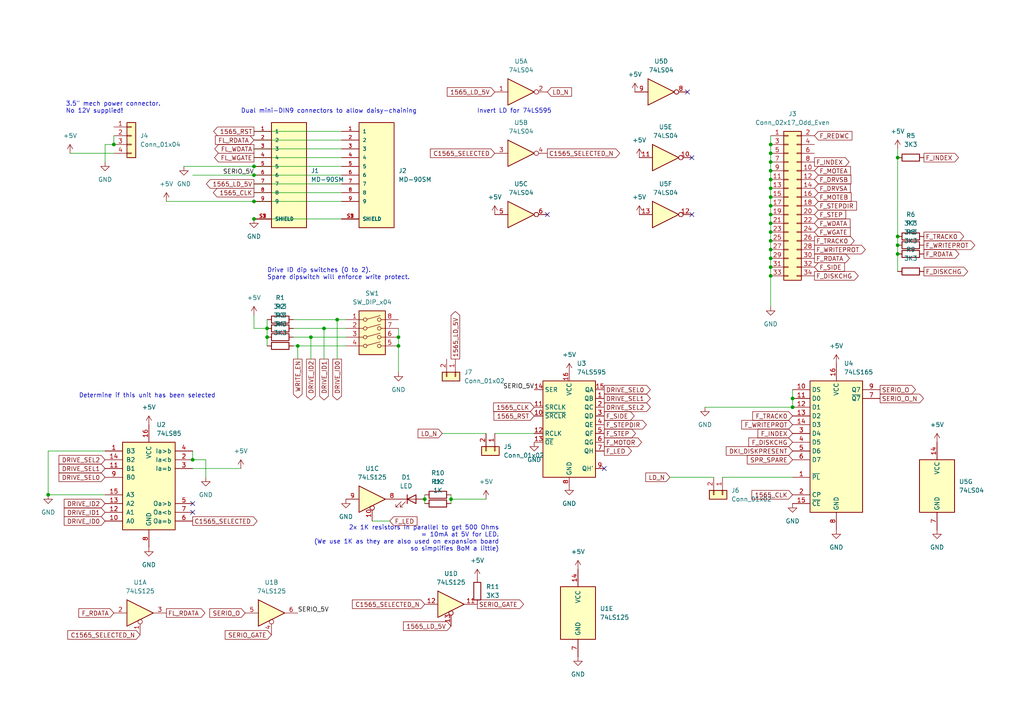
<source format=kicad_sch>
(kicad_sch (version 20230121) (generator eeschema)
  (paper "A4")
  (lib_symbols
    (symbol "+5V_1" (power) (pin_names (offset 0))
      (property "Value" "+5V_1" (at 0 3.556 0))
      (symbol "+5V_1_0_1"
        (polyline (pts (xy -0.762 1.27) (xy 0 2.54)))
        (polyline (pts (xy 0 0) (xy 0 2.54)))
        (polyline (pts (xy 0 2.54) (xy 0.762 1.27)))
      )
      (symbol "+5V_1_1_1"
        (pin power_in line (at 0 0 90) (length 0) hide (name "+5V") (number "1"))
      )
    )
    (symbol "00Project:MD-90SM" (pin_names (offset 1.016))
      (property "Reference" "J" (at -5.08 16.002 0))
      (property "Value" "MD-90SM" (at -5.08 -17.78 0))
      (symbol "MD-90SM_0_0"
        (rectangle (start -5.08 -15.24) (end 5.08 15.24) (stroke (width 0.254)) (fill (type background)))
        (pin passive line (at -10.16 12.7 0) (length 5.08) (name "1") (number "1"))
        (pin passive line (at -10.16 10.16 0) (length 5.08) (name "2") (number "2"))
        (pin passive line (at -10.16 7.62 0) (length 5.08) (name "3") (number "3"))
        (pin passive line (at -10.16 5.08 0) (length 5.08) (name "4") (number "4"))
        (pin passive line (at -10.16 2.54 0) (length 5.08) (name "5") (number "5"))
        (pin passive line (at -10.16 0 0) (length 5.08) (name "6") (number "6"))
        (pin passive line (at -10.16 -2.54 0) (length 5.08) (name "7") (number "7"))
        (pin passive line (at -10.16 -5.08 0) (length 5.08) (name "8") (number "8"))
        (pin passive line (at -10.16 -7.62 0) (length 5.08) (name "9") (number "9"))
        (pin passive line (at -10.16 -12.7 0) (length 5.08) (name "SHIELD") (number "S1"))
        (pin passive line (at -10.16 -12.7 0) (length 5.08) (name "SHIELD") (number "S2"))
        (pin passive line (at -10.16 -12.7 0) (length 5.08) (name "SHIELD") (number "S3"))
      )
    )
    (symbol "74xx:74LS04"
      (property "Reference" "U" (at 0 1.27 0))
      (property "Value" "74LS04" (at 0 -1.27 0))
      (symbol "74LS04_1_0"
        (polyline (pts (xy -3.81 3.81) (xy -3.81 -3.81) (xy 3.81 0) (xy -3.81 3.81)) (stroke (width 0.254)) (fill (type background)))
        (pin input line (at -7.62 0 0) (length 3.81) (name "~") (number "1"))
        (pin output inverted (at 7.62 0 180) (length 3.81) (name "~") (number "2"))
      )
      (symbol "74LS04_2_0"
        (polyline (pts (xy -3.81 3.81) (xy -3.81 -3.81) (xy 3.81 0) (xy -3.81 3.81)) (stroke (width 0.254)) (fill (type background)))
        (pin input line (at -7.62 0 0) (length 3.81) (name "~") (number "3"))
        (pin output inverted (at 7.62 0 180) (length 3.81) (name "~") (number "4"))
      )
      (symbol "74LS04_3_0"
        (polyline (pts (xy -3.81 3.81) (xy -3.81 -3.81) (xy 3.81 0) (xy -3.81 3.81)) (stroke (width 0.254)) (fill (type background)))
        (pin input line (at -7.62 0 0) (length 3.81) (name "~") (number "5"))
        (pin output inverted (at 7.62 0 180) (length 3.81) (name "~") (number "6"))
      )
      (symbol "74LS04_4_0"
        (polyline (pts (xy -3.81 3.81) (xy -3.81 -3.81) (xy 3.81 0) (xy -3.81 3.81)) (stroke (width 0.254)) (fill (type background)))
        (pin output inverted (at 7.62 0 180) (length 3.81) (name "~") (number "8"))
        (pin input line (at -7.62 0 0) (length 3.81) (name "~") (number "9"))
      )
      (symbol "74LS04_5_0"
        (polyline (pts (xy -3.81 3.81) (xy -3.81 -3.81) (xy 3.81 0) (xy -3.81 3.81)) (stroke (width 0.254)) (fill (type background)))
        (pin output inverted (at 7.62 0 180) (length 3.81) (name "~") (number "10"))
        (pin input line (at -7.62 0 0) (length 3.81) (name "~") (number "11"))
      )
      (symbol "74LS04_6_0"
        (polyline (pts (xy -3.81 3.81) (xy -3.81 -3.81) (xy 3.81 0) (xy -3.81 3.81)) (stroke (width 0.254)) (fill (type background)))
        (pin output inverted (at 7.62 0 180) (length 3.81) (name "~") (number "12"))
        (pin input line (at -7.62 0 0) (length 3.81) (name "~") (number "13"))
      )
      (symbol "74LS04_7_0"
        (pin power_in line (at 0 12.7 270) (length 5.08) (name "VCC") (number "14"))
        (pin power_in line (at 0 -12.7 90) (length 5.08) (name "GND") (number "7"))
      )
      (symbol "74LS04_7_1"
        (rectangle (start -5.08 7.62) (end 5.08 -7.62) (stroke (width 0.254)) (fill (type background)))
      )
    )
    (symbol "74xx:74LS125" (pin_names (offset 1.016))
      (property "Reference" "U" (at 0 1.27 0))
      (property "Value" "74LS125" (at 0 -1.27 0))
      (symbol "74LS125_1_0"
        (polyline (pts (xy -3.81 3.81) (xy -3.81 -3.81) (xy 3.81 0) (xy -3.81 3.81)) (stroke (width 0.254)) (fill (type background)))
        (pin input inverted (at 0 -6.35 90) (length 4.445) (name "~") (number "1"))
        (pin input line (at -7.62 0 0) (length 3.81) (name "~") (number "2"))
        (pin tri_state line (at 7.62 0 180) (length 3.81) (name "~") (number "3"))
      )
      (symbol "74LS125_2_0"
        (polyline (pts (xy -3.81 3.81) (xy -3.81 -3.81) (xy 3.81 0) (xy -3.81 3.81)) (stroke (width 0.254)) (fill (type background)))
        (pin input inverted (at 0 -6.35 90) (length 4.445) (name "~") (number "4"))
        (pin input line (at -7.62 0 0) (length 3.81) (name "~") (number "5"))
        (pin tri_state line (at 7.62 0 180) (length 3.81) (name "~") (number "6"))
      )
      (symbol "74LS125_3_0"
        (polyline (pts (xy -3.81 3.81) (xy -3.81 -3.81) (xy 3.81 0) (xy -3.81 3.81)) (stroke (width 0.254)) (fill (type background)))
        (pin input inverted (at 0 -6.35 90) (length 4.445) (name "~") (number "10"))
        (pin tri_state line (at 7.62 0 180) (length 3.81) (name "~") (number "8"))
        (pin input line (at -7.62 0 0) (length 3.81) (name "~") (number "9"))
      )
      (symbol "74LS125_4_0"
        (polyline (pts (xy -3.81 3.81) (xy -3.81 -3.81) (xy 3.81 0) (xy -3.81 3.81)) (stroke (width 0.254)) (fill (type background)))
        (pin tri_state line (at 7.62 0 180) (length 3.81) (name "~") (number "11"))
        (pin input line (at -7.62 0 0) (length 3.81) (name "~") (number "12"))
        (pin input inverted (at 0 -6.35 90) (length 4.445) (name "~") (number "13"))
      )
      (symbol "74LS125_5_0"
        (pin power_in line (at 0 12.7 270) (length 5.08) (name "VCC") (number "14"))
        (pin power_in line (at 0 -12.7 90) (length 5.08) (name "GND") (number "7"))
      )
      (symbol "74LS125_5_1"
        (rectangle (start -5.08 7.62) (end 5.08 -7.62) (stroke (width 0.254)) (fill (type background)))
      )
    )
    (symbol "74xx:74LS165"
      (property "Reference" "U" (at -7.62 19.05 0))
      (property "Value" "74LS165" (at -7.62 -21.59 0))
      (symbol "74LS165_1_0"
        (pin input line (at -12.7 -10.16 0) (length 5.08) (name "~{PL}") (number "1"))
        (pin input line (at -12.7 15.24 0) (length 5.08) (name "DS") (number "10"))
        (pin input line (at -12.7 12.7 0) (length 5.08) (name "D0") (number "11"))
        (pin input line (at -12.7 10.16 0) (length 5.08) (name "D1") (number "12"))
        (pin input line (at -12.7 7.62 0) (length 5.08) (name "D2") (number "13"))
        (pin input line (at -12.7 5.08 0) (length 5.08) (name "D3") (number "14"))
        (pin input line (at -12.7 -17.78 0) (length 5.08) (name "~{CE}") (number "15"))
        (pin power_in line (at 0 22.86 270) (length 5.08) (name "VCC") (number "16"))
        (pin input line (at -12.7 -15.24 0) (length 5.08) (name "CP") (number "2"))
        (pin input line (at -12.7 2.54 0) (length 5.08) (name "D4") (number "3"))
        (pin input line (at -12.7 0 0) (length 5.08) (name "D5") (number "4"))
        (pin input line (at -12.7 -2.54 0) (length 5.08) (name "D6") (number "5"))
        (pin input line (at -12.7 -5.08 0) (length 5.08) (name "D7") (number "6"))
        (pin output line (at 12.7 12.7 180) (length 5.08) (name "~{Q7}") (number "7"))
        (pin power_in line (at 0 -25.4 90) (length 5.08) (name "GND") (number "8"))
        (pin output line (at 12.7 15.24 180) (length 5.08) (name "Q7") (number "9"))
      )
      (symbol "74LS165_1_1"
        (rectangle (start -7.62 17.78) (end 7.62 -20.32) (stroke (width 0.254)) (fill (type background)))
      )
    )
    (symbol "74xx:74LS595"
      (property "Reference" "U" (at -7.62 13.97 0))
      (property "Value" "74LS595" (at -7.62 -16.51 0))
      (symbol "74LS595_1_0"
        (pin tri_state line (at 10.16 7.62 180) (length 2.54) (name "QB") (number "1"))
        (pin input line (at -10.16 2.54 0) (length 2.54) (name "~{SRCLR}") (number "10"))
        (pin input line (at -10.16 5.08 0) (length 2.54) (name "SRCLK") (number "11"))
        (pin input line (at -10.16 -2.54 0) (length 2.54) (name "RCLK") (number "12"))
        (pin input line (at -10.16 -5.08 0) (length 2.54) (name "~{OE}") (number "13"))
        (pin input line (at -10.16 10.16 0) (length 2.54) (name "SER") (number "14"))
        (pin tri_state line (at 10.16 10.16 180) (length 2.54) (name "QA") (number "15"))
        (pin power_in line (at 0 15.24 270) (length 2.54) (name "VCC") (number "16"))
        (pin tri_state line (at 10.16 5.08 180) (length 2.54) (name "QC") (number "2"))
        (pin tri_state line (at 10.16 2.54 180) (length 2.54) (name "QD") (number "3"))
        (pin tri_state line (at 10.16 0 180) (length 2.54) (name "QE") (number "4"))
        (pin tri_state line (at 10.16 -2.54 180) (length 2.54) (name "QF") (number "5"))
        (pin tri_state line (at 10.16 -5.08 180) (length 2.54) (name "QG") (number "6"))
        (pin tri_state line (at 10.16 -7.62 180) (length 2.54) (name "QH") (number "7"))
        (pin power_in line (at 0 -17.78 90) (length 2.54) (name "GND") (number "8"))
        (pin output line (at 10.16 -12.7 180) (length 2.54) (name "QH'") (number "9"))
      )
      (symbol "74LS595_1_1"
        (rectangle (start -7.62 12.7) (end 7.62 -15.24) (stroke (width 0.254)) (fill (type background)))
      )
    )
    (symbol "74xx:74LS85" (pin_names (offset 1.016))
      (property "Reference" "U" (at -7.62 13.97 0))
      (property "Value" "74LS85" (at -7.62 -13.97 0))
      (symbol "74LS85_1_0"
        (pin input line (at -12.7 10.16 0) (length 5.08) (name "B3") (number "1"))
        (pin input line (at -12.7 -10.16 0) (length 5.08) (name "A0") (number "10"))
        (pin input line (at -12.7 5.08 0) (length 5.08) (name "B1") (number "11"))
        (pin input line (at -12.7 -7.62 0) (length 5.08) (name "A1") (number "12"))
        (pin input line (at -12.7 -5.08 0) (length 5.08) (name "A2") (number "13"))
        (pin input line (at -12.7 7.62 0) (length 5.08) (name "B2") (number "14"))
        (pin input line (at -12.7 -2.54 0) (length 5.08) (name "A3") (number "15"))
        (pin power_in line (at 0 17.78 270) (length 5.08) (name "VCC") (number "16"))
        (pin input line (at 12.7 7.62 180) (length 5.08) (name "Ia<b") (number "2"))
        (pin input line (at 12.7 5.08 180) (length 5.08) (name "Ia=b") (number "3"))
        (pin input line (at 12.7 10.16 180) (length 5.08) (name "Ia>b") (number "4"))
        (pin output line (at 12.7 -5.08 180) (length 5.08) (name "Oa>b") (number "5"))
        (pin output line (at 12.7 -10.16 180) (length 5.08) (name "Oa=b") (number "6"))
        (pin output line (at 12.7 -7.62 180) (length 5.08) (name "Oa<b") (number "7"))
        (pin power_in line (at 0 -17.78 90) (length 5.08) (name "GND") (number "8"))
        (pin input line (at -12.7 2.54 0) (length 5.08) (name "B0") (number "9"))
      )
      (symbol "74LS85_1_1"
        (rectangle (start -7.62 12.7) (end 7.62 -12.7) (stroke (width 0.254)) (fill (type background)))
      )
    )
    (symbol "Connector_Generic:Conn_01x02" (pin_names (offset 1.016) hide)
      (property "Reference" "J" (at 0 2.54 0))
      (property "Value" "Conn_01x02" (at 0 -5.08 0))
      (symbol "Conn_01x02_1_1"
        (rectangle (start -1.27 -2.413) (end 0 -2.667) (stroke (width 0.1524)))
        (rectangle (start -1.27 0.127) (end 0 -0.127) (stroke (width 0.1524)))
        (rectangle (start -1.27 1.27) (end 1.27 -3.81) (stroke (width 0.254)) (fill (type background)))
        (pin passive line (at -5.08 0 0) (length 3.81) (name "Pin_1") (number "1"))
        (pin passive line (at -5.08 -2.54 0) (length 3.81) (name "Pin_2") (number "2"))
      )
    )
    (symbol "Connector_Generic:Conn_01x04" (pin_names (offset 1.016) hide)
      (property "Reference" "J" (at 0 5.08 0))
      (property "Value" "Conn_01x04" (at 0 -7.62 0))
      (symbol "Conn_01x04_1_1"
        (rectangle (start -1.27 -4.953) (end 0 -5.207) (stroke (width 0.1524)))
        (rectangle (start -1.27 -2.413) (end 0 -2.667) (stroke (width 0.1524)))
        (rectangle (start -1.27 0.127) (end 0 -0.127) (stroke (width 0.1524)))
        (rectangle (start -1.27 2.667) (end 0 2.413) (stroke (width 0.1524)))
        (rectangle (start -1.27 3.81) (end 1.27 -6.35) (stroke (width 0.254)) (fill (type background)))
        (pin passive line (at -5.08 2.54 0) (length 3.81) (name "Pin_1") (number "1"))
        (pin passive line (at -5.08 0 0) (length 3.81) (name "Pin_2") (number "2"))
        (pin passive line (at -5.08 -2.54 0) (length 3.81) (name "Pin_3") (number "3"))
        (pin passive line (at -5.08 -5.08 0) (length 3.81) (name "Pin_4") (number "4"))
      )
    )
    (symbol "Connector_Generic:Conn_02x17_Odd_Even" (pin_names (offset 1.016) hide)
      (property "Reference" "J" (at 1.27 22.86 0))
      (property "Value" "Conn_02x17_Odd_Even" (at 1.27 -22.86 0))
      (symbol "Conn_02x17_Odd_Even_1_1"
        (rectangle (start -1.27 -20.193) (end 0 -20.447) (stroke (width 0.1524)))
        (rectangle (start -1.27 -17.653) (end 0 -17.907) (stroke (width 0.1524)))
        (rectangle (start -1.27 -15.113) (end 0 -15.367) (stroke (width 0.1524)))
        (rectangle (start -1.27 -12.573) (end 0 -12.827) (stroke (width 0.1524)))
        (rectangle (start -1.27 -10.033) (end 0 -10.287) (stroke (width 0.1524)))
        (rectangle (start -1.27 -7.493) (end 0 -7.747) (stroke (width 0.1524)))
        (rectangle (start -1.27 -4.953) (end 0 -5.207) (stroke (width 0.1524)))
        (rectangle (start -1.27 -2.413) (end 0 -2.667) (stroke (width 0.1524)))
        (rectangle (start -1.27 0.127) (end 0 -0.127) (stroke (width 0.1524)))
        (rectangle (start -1.27 2.667) (end 0 2.413) (stroke (width 0.1524)))
        (rectangle (start -1.27 5.207) (end 0 4.953) (stroke (width 0.1524)))
        (rectangle (start -1.27 7.747) (end 0 7.493) (stroke (width 0.1524)))
        (rectangle (start -1.27 10.287) (end 0 10.033) (stroke (width 0.1524)))
        (rectangle (start -1.27 12.827) (end 0 12.573) (stroke (width 0.1524)))
        (rectangle (start -1.27 15.367) (end 0 15.113) (stroke (width 0.1524)))
        (rectangle (start -1.27 17.907) (end 0 17.653) (stroke (width 0.1524)))
        (rectangle (start -1.27 20.447) (end 0 20.193) (stroke (width 0.1524)))
        (rectangle (start -1.27 21.59) (end 3.81 -21.59) (stroke (width 0.254)) (fill (type background)))
        (rectangle (start 3.81 -20.193) (end 2.54 -20.447) (stroke (width 0.1524)))
        (rectangle (start 3.81 -17.653) (end 2.54 -17.907) (stroke (width 0.1524)))
        (rectangle (start 3.81 -15.113) (end 2.54 -15.367) (stroke (width 0.1524)))
        (rectangle (start 3.81 -12.573) (end 2.54 -12.827) (stroke (width 0.1524)))
        (rectangle (start 3.81 -10.033) (end 2.54 -10.287) (stroke (width 0.1524)))
        (rectangle (start 3.81 -7.493) (end 2.54 -7.747) (stroke (width 0.1524)))
        (rectangle (start 3.81 -4.953) (end 2.54 -5.207) (stroke (width 0.1524)))
        (rectangle (start 3.81 -2.413) (end 2.54 -2.667) (stroke (width 0.1524)))
        (rectangle (start 3.81 0.127) (end 2.54 -0.127) (stroke (width 0.1524)))
        (rectangle (start 3.81 2.667) (end 2.54 2.413) (stroke (width 0.1524)))
        (rectangle (start 3.81 5.207) (end 2.54 4.953) (stroke (width 0.1524)))
        (rectangle (start 3.81 7.747) (end 2.54 7.493) (stroke (width 0.1524)))
        (rectangle (start 3.81 10.287) (end 2.54 10.033) (stroke (width 0.1524)))
        (rectangle (start 3.81 12.827) (end 2.54 12.573) (stroke (width 0.1524)))
        (rectangle (start 3.81 15.367) (end 2.54 15.113) (stroke (width 0.1524)))
        (rectangle (start 3.81 17.907) (end 2.54 17.653) (stroke (width 0.1524)))
        (rectangle (start 3.81 20.447) (end 2.54 20.193) (stroke (width 0.1524)))
        (pin passive line (at -5.08 20.32 0) (length 3.81) (name "Pin_1") (number "1"))
        (pin passive line (at 7.62 10.16 180) (length 3.81) (name "Pin_10") (number "10"))
        (pin passive line (at -5.08 7.62 0) (length 3.81) (name "Pin_11") (number "11"))
        (pin passive line (at 7.62 7.62 180) (length 3.81) (name "Pin_12") (number "12"))
        (pin passive line (at -5.08 5.08 0) (length 3.81) (name "Pin_13") (number "13"))
        (pin passive line (at 7.62 5.08 180) (length 3.81) (name "Pin_14") (number "14"))
        (pin passive line (at -5.08 2.54 0) (length 3.81) (name "Pin_15") (number "15"))
        (pin passive line (at 7.62 2.54 180) (length 3.81) (name "Pin_16") (number "16"))
        (pin passive line (at -5.08 0 0) (length 3.81) (name "Pin_17") (number "17"))
        (pin passive line (at 7.62 0 180) (length 3.81) (name "Pin_18") (number "18"))
        (pin passive line (at -5.08 -2.54 0) (length 3.81) (name "Pin_19") (number "19"))
        (pin passive line (at 7.62 20.32 180) (length 3.81) (name "Pin_2") (number "2"))
        (pin passive line (at 7.62 -2.54 180) (length 3.81) (name "Pin_20") (number "20"))
        (pin passive line (at -5.08 -5.08 0) (length 3.81) (name "Pin_21") (number "21"))
        (pin passive line (at 7.62 -5.08 180) (length 3.81) (name "Pin_22") (number "22"))
        (pin passive line (at -5.08 -7.62 0) (length 3.81) (name "Pin_23") (number "23"))
        (pin passive line (at 7.62 -7.62 180) (length 3.81) (name "Pin_24") (number "24"))
        (pin passive line (at -5.08 -10.16 0) (length 3.81) (name "Pin_25") (number "25"))
        (pin passive line (at 7.62 -10.16 180) (length 3.81) (name "Pin_26") (number "26"))
        (pin passive line (at -5.08 -12.7 0) (length 3.81) (name "Pin_27") (number "27"))
        (pin passive line (at 7.62 -12.7 180) (length 3.81) (name "Pin_28") (number "28"))
        (pin passive line (at -5.08 -15.24 0) (length 3.81) (name "Pin_29") (number "29"))
        (pin passive line (at -5.08 17.78 0) (length 3.81) (name "Pin_3") (number "3"))
        (pin passive line (at 7.62 -15.24 180) (length 3.81) (name "Pin_30") (number "30"))
        (pin passive line (at -5.08 -17.78 0) (length 3.81) (name "Pin_31") (number "31"))
        (pin passive line (at 7.62 -17.78 180) (length 3.81) (name "Pin_32") (number "32"))
        (pin passive line (at -5.08 -20.32 0) (length 3.81) (name "Pin_33") (number "33"))
        (pin passive line (at 7.62 -20.32 180) (length 3.81) (name "Pin_34") (number "34"))
        (pin passive line (at 7.62 17.78 180) (length 3.81) (name "Pin_4") (number "4"))
        (pin passive line (at -5.08 15.24 0) (length 3.81) (name "Pin_5") (number "5"))
        (pin passive line (at 7.62 15.24 180) (length 3.81) (name "Pin_6") (number "6"))
        (pin passive line (at -5.08 12.7 0) (length 3.81) (name "Pin_7") (number "7"))
        (pin passive line (at 7.62 12.7 180) (length 3.81) (name "Pin_8") (number "8"))
        (pin passive line (at -5.08 10.16 0) (length 3.81) (name "Pin_9") (number "9"))
      )
    )
    (symbol "Device:LED" (pin_numbers hide) (pin_names (offset 1.016) hide)
      (property "Reference" "D" (at 0 2.54 0))
      (property "Value" "LED" (at 0 -2.54 0))
      (symbol "LED_0_1"
        (polyline (pts (xy -1.27 -1.27) (xy -1.27 1.27)) (stroke (width 0.254)))
        (polyline (pts (xy -1.27 0) (xy 1.27 0)))
        (polyline (pts (xy 1.27 -1.27) (xy 1.27 1.27) (xy -1.27 0) (xy 1.27 -1.27)) (stroke (width 0.254)))
        (polyline (pts (xy -3.048 -0.762) (xy -4.572 -2.286) (xy -3.81 -2.286) (xy -4.572 -2.286) (xy -4.572 -1.524)))
        (polyline (pts (xy -1.778 -0.762) (xy -3.302 -2.286) (xy -2.54 -2.286) (xy -3.302 -2.286) (xy -3.302 -1.524)))
      )
      (symbol "LED_1_1"
        (pin passive line (at -3.81 0 0) (length 2.54) (name "K") (number "1"))
        (pin passive line (at 3.81 0 180) (length 2.54) (name "A") (number "2"))
      )
    )
    (symbol "Device:R" (pin_numbers hide) (pin_names (offset 0))
      (property "Reference" "R" (at 2.032 0 90))
      (property "Value" "R" (at 0 0 90))
      (symbol "R_0_1"
        (rectangle (start -1.016 -2.54) (end 1.016 2.54) (stroke (width 0.254)))
      )
      (symbol "R_1_1"
        (pin passive line (at 0 3.81 270) (length 1.27) (name "~") (number "1"))
        (pin passive line (at 0 -3.81 90) (length 1.27) (name "~") (number "2"))
      )
    )
    (symbol "GND_6" (power) (pin_names (offset 0))
      (property "Value" "GND_6" (at 0 -3.81 0))
      (symbol "GND_6_0_1"
        (polyline (pts (xy 0 0) (xy 0 -1.27) (xy 1.27 -1.27) (xy 0 -2.54) (xy -1.27 -1.27) (xy 0 -1.27)))
      )
      (symbol "GND_6_1_1"
        (pin power_in line (at 0 0 270) (length 0) hide (name "GND") (number "1"))
      )
    )
    (symbol "GND_7" (power) (pin_names (offset 0))
      (property "Value" "GND_7" (at 0 -3.81 0))
      (symbol "GND_7_0_1"
        (polyline (pts (xy 0 0) (xy 0 -1.27) (xy 1.27 -1.27) (xy 0 -2.54) (xy -1.27 -1.27) (xy 0 -1.27)))
      )
      (symbol "GND_7_1_1"
        (pin power_in line (at 0 0 270) (length 0) hide (name "GND") (number "1"))
      )
    )
    (symbol "Switch:SW_DIP_x04" (pin_names (offset 0) hide)
      (property "Reference" "SW" (at 0 8.89 0))
      (property "Value" "SW_DIP_x04" (at 0 -6.35 0))
      (symbol "SW_DIP_x04_0_0"
        (circle (center -2.032 -2.54) (radius 0.508))
        (circle (center -2.032 0) (radius 0.508))
        (circle (center -2.032 2.54) (radius 0.508))
        (circle (center -2.032 5.08) (radius 0.508))
        (polyline (pts (xy -1.524 -2.3876) (xy 2.3622 -1.3462)))
        (polyline (pts (xy -1.524 0.127) (xy 2.3622 1.1684)))
        (polyline (pts (xy -1.524 2.667) (xy 2.3622 3.7084)))
        (polyline (pts (xy -1.524 5.207) (xy 2.3622 6.2484)))
        (circle (center 2.032 -2.54) (radius 0.508))
        (circle (center 2.032 0) (radius 0.508))
        (circle (center 2.032 2.54) (radius 0.508))
        (circle (center 2.032 5.08) (radius 0.508))
      )
      (symbol "SW_DIP_x04_0_1"
        (rectangle (start -3.81 7.62) (end 3.81 -5.08) (stroke (width 0.254)) (fill (type background)))
      )
      (symbol "SW_DIP_x04_1_1"
        (pin passive line (at -7.62 5.08 0) (length 5.08) (name "~") (number "1"))
        (pin passive line (at -7.62 2.54 0) (length 5.08) (name "~") (number "2"))
        (pin passive line (at -7.62 0 0) (length 5.08) (name "~") (number "3"))
        (pin passive line (at -7.62 -2.54 0) (length 5.08) (name "~") (number "4"))
        (pin passive line (at 7.62 -2.54 180) (length 5.08) (name "~") (number "5"))
        (pin passive line (at 7.62 0 180) (length 5.08) (name "~") (number "6"))
        (pin passive line (at 7.62 2.54 180) (length 5.08) (name "~") (number "7"))
        (pin passive line (at 7.62 5.08 180) (length 5.08) (name "~") (number "8"))
      )
    )
    (symbol "power:+5V" (power) (pin_names (offset 0))
      (property "Value" "+5V" (at 0 3.556 0))
      (symbol "+5V_0_1"
        (polyline (pts (xy -0.762 1.27) (xy 0 2.54)))
        (polyline (pts (xy 0 0) (xy 0 2.54)))
        (polyline (pts (xy 0 2.54) (xy 0.762 1.27)))
      )
      (symbol "+5V_1_1"
        (pin power_in line (at 0 0 90) (length 0) hide (name "+5V") (number "1"))
      )
    )
    (symbol "power:GND" (power) (pin_names (offset 0))
      (property "Value" "GND" (at 0 -3.81 0))
      (symbol "GND_0_1"
        (polyline (pts (xy 0 0) (xy 0 -1.27) (xy 1.27 -1.27) (xy 0 -2.54) (xy -1.27 -1.27) (xy 0 -1.27)))
      )
      (symbol "GND_1_1"
        (pin power_in line (at 0 0 270) (length 0) hide (name "GND") (number "1"))
      )
    )
  )
  (junction (at 223.52 62.23))
  (junction (at 260.35 73.66))
  (junction (at 223.52 67.31))
  (junction (at 130.81 144.78))
  (junction (at 33.02 41.91))
  (junction (at 77.47 95.25))
  (junction (at 77.47 97.79))
  (junction (at 229.87 115.57))
  (junction (at 223.52 64.77))
  (junction (at 73.66 48.26))
  (junction (at 223.52 41.91))
  (junction (at 223.52 54.61))
  (junction (at 73.66 58.42))
  (junction (at 260.35 68.58))
  (junction (at 55.88 133.35))
  (junction (at 90.17 97.79))
  (junction (at 229.87 118.11))
  (junction (at 223.52 80.01))
  (junction (at 223.52 74.93))
  (junction (at 86.36 100.33))
  (junction (at 223.52 69.85))
  (junction (at 260.35 45.72))
  (junction (at 223.52 57.15))
  (junction (at 223.52 49.53))
  (junction (at 97.79 92.71))
  (junction (at 223.52 72.39))
  (junction (at 260.35 71.12))
  (junction (at 115.57 100.33))
  (junction (at 73.66 50.8))
  (junction (at 13.97 143.51))
  (junction (at 223.52 77.47))
  (junction (at 115.57 97.79))
  (junction (at 223.52 46.99))
  (junction (at 223.52 44.45))
  (junction (at 123.19 144.78))
  (junction (at 93.98 95.25))
  (junction (at 223.52 52.07))
  (junction (at 223.52 59.69))
  (junction (at 73.66 63.5))
  (no_connect (at 175.26 135.89))
  (no_connect (at 55.88 148.59))
  (no_connect (at 200.66 45.72))
  (no_connect (at 200.66 62.23))
  (no_connect (at 55.88 146.05))
  (no_connect (at 199.39 26.67))
  (no_connect (at 158.75 62.23))
  (wire (pts (xy 223.52 41.91) (xy 223.52 44.45)))
  (wire (pts (xy 260.35 68.58) (xy 260.35 71.12)))
  (wire (pts (xy 128.27 125.73) (xy 140.97 125.73)))
  (wire (pts (xy 115.57 95.25) (xy 115.57 97.79)))
  (wire (pts (xy 97.79 92.71) (xy 100.33 92.71)))
  (wire (pts (xy 77.47 95.25) (xy 77.47 97.79)))
  (wire (pts (xy 260.35 43.18) (xy 260.35 45.72)))
  (wire (pts (xy 73.66 50.8) (xy 99.06 50.8)))
  (wire (pts (xy 13.97 130.81) (xy 13.97 143.51)))
  (wire (pts (xy 229.87 115.57) (xy 229.87 118.11)))
  (wire (pts (xy 77.47 95.25) (xy 73.66 95.25)))
  (wire (pts (xy 223.52 72.39) (xy 223.52 74.93)))
  (wire (pts (xy 55.88 130.81) (xy 55.88 133.35)))
  (wire (pts (xy 93.98 95.25) (xy 100.33 95.25)))
  (wire (pts (xy 115.57 97.79) (xy 115.57 100.33)))
  (wire (pts (xy 130.81 144.78) (xy 140.97 144.78)))
  (wire (pts (xy 194.31 138.43) (xy 207.01 138.43)))
  (wire (pts (xy 13.97 143.51) (xy 30.48 143.51)))
  (wire (pts (xy 130.81 144.78) (xy 130.81 146.05)))
  (wire (pts (xy 85.09 100.33) (xy 86.36 100.33)))
  (wire (pts (xy 73.66 53.34) (xy 99.06 53.34)))
  (wire (pts (xy 85.09 97.79) (xy 90.17 97.79)))
  (wire (pts (xy 55.88 135.89) (xy 69.85 135.89)))
  (wire (pts (xy 33.02 39.37) (xy 33.02 41.91)))
  (wire (pts (xy 30.48 46.99) (xy 30.48 41.91)))
  (wire (pts (xy 204.47 118.11) (xy 229.87 118.11)))
  (wire (pts (xy 260.35 45.72) (xy 260.35 68.58)))
  (wire (pts (xy 223.52 46.99) (xy 223.52 49.53)))
  (wire (pts (xy 223.52 39.37) (xy 223.52 41.91)))
  (wire (pts (xy 30.48 41.91) (xy 33.02 41.91)))
  (wire (pts (xy 260.35 71.12) (xy 260.35 73.66)))
  (wire (pts (xy 59.69 138.43) (xy 59.69 133.35)))
  (wire (pts (xy 73.66 55.88) (xy 99.06 55.88)))
  (wire (pts (xy 223.52 57.15) (xy 223.52 59.69)))
  (wire (pts (xy 209.55 138.43) (xy 229.87 138.43)))
  (wire (pts (xy 223.52 74.93) (xy 223.52 77.47)))
  (wire (pts (xy 53.34 48.26) (xy 73.66 48.26)))
  (wire (pts (xy 223.52 54.61) (xy 223.52 57.15)))
  (wire (pts (xy 73.66 95.25) (xy 73.66 91.44)))
  (wire (pts (xy 55.88 50.8) (xy 73.66 50.8)))
  (wire (pts (xy 115.57 100.33) (xy 115.57 107.95)))
  (wire (pts (xy 77.47 97.79) (xy 77.47 100.33)))
  (wire (pts (xy 223.52 69.85) (xy 223.52 72.39)))
  (wire (pts (xy 73.66 38.1) (xy 99.06 38.1)))
  (wire (pts (xy 30.48 130.81) (xy 13.97 130.81)))
  (wire (pts (xy 130.81 143.51) (xy 130.81 144.78)))
  (wire (pts (xy 223.52 67.31) (xy 223.52 69.85)))
  (wire (pts (xy 123.19 143.51) (xy 123.19 144.78)))
  (wire (pts (xy 20.32 44.45) (xy 33.02 44.45)))
  (wire (pts (xy 260.35 73.66) (xy 260.35 78.74)))
  (wire (pts (xy 90.17 97.79) (xy 100.33 97.79)))
  (wire (pts (xy 86.36 100.33) (xy 86.36 104.14)))
  (wire (pts (xy 73.66 58.42) (xy 99.06 58.42)))
  (wire (pts (xy 73.66 45.72) (xy 99.06 45.72)))
  (wire (pts (xy 48.26 58.42) (xy 73.66 58.42)))
  (wire (pts (xy 223.52 80.01) (xy 223.52 88.9)))
  (wire (pts (xy 223.52 77.47) (xy 223.52 80.01)))
  (wire (pts (xy 59.69 133.35) (xy 55.88 133.35)))
  (wire (pts (xy 97.79 92.71) (xy 97.79 104.14)))
  (wire (pts (xy 73.66 40.64) (xy 99.06 40.64)))
  (wire (pts (xy 73.66 48.26) (xy 99.06 48.26)))
  (wire (pts (xy 223.52 59.69) (xy 223.52 62.23)))
  (wire (pts (xy 85.09 92.71) (xy 97.79 92.71)))
  (wire (pts (xy 143.51 125.73) (xy 154.94 125.73)))
  (wire (pts (xy 86.36 100.33) (xy 100.33 100.33)))
  (wire (pts (xy 85.09 95.25) (xy 93.98 95.25)))
  (wire (pts (xy 93.98 95.25) (xy 93.98 104.14)))
  (wire (pts (xy 90.17 97.79) (xy 90.17 104.14)))
  (wire (pts (xy 73.66 43.18) (xy 99.06 43.18)))
  (wire (pts (xy 78.74 95.25) (xy 77.47 95.25)))
  (wire (pts (xy 77.47 92.71) (xy 77.47 95.25)))
  (wire (pts (xy 223.52 49.53) (xy 223.52 52.07)))
  (wire (pts (xy 229.87 113.03) (xy 229.87 115.57)))
  (wire (pts (xy 107.95 151.13) (xy 113.03 151.13)))
  (wire (pts (xy 73.66 63.5) (xy 99.06 63.5)))
  (wire (pts (xy 223.52 52.07) (xy 223.52 54.61)))
  (wire (pts (xy 123.19 144.78) (xy 123.19 146.05)))
  (wire (pts (xy 223.52 62.23) (xy 223.52 64.77)))
  (wire (pts (xy 223.52 44.45) (xy 223.52 46.99)))
  (wire (pts (xy 223.52 64.77) (xy 223.52 67.31)))
  (text "Invert LD for 74LS595" (at 160.02 33.02 0) (effects (font (size 1.27 1.27)) (justify right bottom)))
  (text "Determine if this unit has been selected" (at 22.86 115.57 0) (effects (font (size 1.27 1.27)) (justify left bottom)))
  (text "2x 1K resistors in parallel to get 500 Ohms\n= 10mA at 5V for LED.\n(We use 1K as they are also used on expansion board\nso simplifies BoM a little)" (at 144.78 160.02 0) (effects (font (size 1.27 1.27)) (justify right bottom)))
  (text "Dual mini-DIN9 connectors to allow daisy-chaining" (at 69.85 33.02 0) (effects (font (size 1.27 1.27)) (justify left bottom)))
  (text "Drive ID dip switches (0 to 2).\nSpare dipswitch will enforce write protect." (at 77.47 81.28 0) (effects (font (size 1.27 1.27)) (justify left bottom)))
  (text "3.5\" mech power connector.\nNo 12V supplied!" (at 19.05 33.02 0) (effects (font (size 1.27 1.27)) (justify left bottom)))
  (label "SERIO_5V" (at 154.94 113.03 180))
  (label "SERIO_5V" (at 86.36 177.8 0))
  (label "SERIO_5V" (at 73.66 50.8 180))
  (global_label "F_INDEX" (shape output) (at 236.22 46.99 0) (property "Intersheetrefs" "${INTERSHEET_REFS}" (effects hide)))
  (global_label "F_INDEX" (shape output) (at 267.97 45.72 0) (property "Intersheetrefs" "${INTERSHEET_REFS}" (effects hide)))
  (global_label "F_WDATA" (shape input) (at 236.22 64.77 0) (property "Intersheetrefs" "${INTERSHEET_REFS}" (effects hide)))
  (global_label "F_STEPDIR" (shape output) (at 175.26 123.19 0) (property "Intersheetrefs" "${INTERSHEET_REFS}" (effects hide)))
  (global_label "DRIVE_ID0" (shape input) (at 30.48 151.13 180) (property "Intersheetrefs" "${INTERSHEET_REFS}" (effects hide)))
  (global_label "DRIVE_SEL0" (shape output) (at 175.26 113.03 0) (property "Intersheetrefs" "${INTERSHEET_REFS}" (effects hide)))
  (global_label "LD_N" (shape input) (at 128.27 125.73 180) (property "Intersheetrefs" "${INTERSHEET_REFS}" (effects hide)))
  (global_label "1565_CLK" (shape output) (at 73.66 55.88 180) (property "Intersheetrefs" "${INTERSHEET_REFS}" (effects hide)))
  (global_label "F_REDWC" (shape input) (at 236.22 39.37 0) (property "Intersheetrefs" "${INTERSHEET_REFS}" (effects hide)))
  (global_label "C1565_SELECTED_N" (shape input) (at 123.19 175.26 180) (property "Intersheetrefs" "${INTERSHEET_REFS}" (effects hide)))
  (global_label "F_RDATA" (shape output) (at 267.97 73.66 0) (property "Intersheetrefs" "${INTERSHEET_REFS}" (effects hide)))
  (global_label "F_LED" (shape output) (at 175.26 130.81 0) (property "Intersheetrefs" "${INTERSHEET_REFS}" (effects hide)))
  (global_label "F_WGATE" (shape input) (at 236.22 67.31 0) (property "Intersheetrefs" "${INTERSHEET_REFS}" (effects hide)))
  (global_label "F_SIDE" (shape output) (at 175.26 120.65 0) (property "Intersheetrefs" "${INTERSHEET_REFS}" (effects hide)))
  (global_label "1565_RST" (shape output) (at 73.66 38.1 180) (property "Intersheetrefs" "${INTERSHEET_REFS}" (effects hide)))
  (global_label "F_DISKCHG" (shape output) (at 267.97 78.74 0) (property "Intersheetrefs" "${INTERSHEET_REFS}" (effects hide)))
  (global_label "C1565_SELECTED" (shape input) (at 143.51 44.45 180) (property "Intersheetrefs" "${INTERSHEET_REFS}" (effects hide)))
  (global_label "1565_CLK" (shape input) (at 154.94 118.11 180) (property "Intersheetrefs" "${INTERSHEET_REFS}" (effects hide)))
  (global_label "C1565_SELECTED_N" (shape output) (at 158.75 44.45 0) (property "Intersheetrefs" "${INTERSHEET_REFS}" (effects hide)))
  (global_label "F_WRITEPROT" (shape output) (at 236.22 72.39 0) (property "Intersheetrefs" "${INTERSHEET_REFS}" (effects hide)))
  (global_label "1565_LD_5V" (shape input) (at 143.51 26.67 180) (property "Intersheetrefs" "${INTERSHEET_REFS}" (effects hide)))
  (global_label "F_DISKCHG" (shape output) (at 236.22 80.01 0) (property "Intersheetrefs" "${INTERSHEET_REFS}" (effects hide)))
  (global_label "DKI_DISKPRESENT" (shape input) (at 229.87 130.81 180) (property "Intersheetrefs" "${INTERSHEET_REFS}" (effects hide)))
  (global_label "SERIO_GATE" (shape output) (at 138.43 175.26 0) (property "Intersheetrefs" "${INTERSHEET_REFS}" (effects hide)))
  (global_label "F_MOTEA" (shape input) (at 236.22 49.53 0) (property "Intersheetrefs" "${INTERSHEET_REFS}" (effects hide)))
  (global_label "F_DRVSA" (shape input) (at 236.22 54.61 0) (property "Intersheetrefs" "${INTERSHEET_REFS}" (effects hide)))
  (global_label "LD_N" (shape input) (at 194.31 138.43 180) (property "Intersheetrefs" "${INTERSHEET_REFS}" (effects hide)))
  (global_label "DRIVE_ID1" (shape input) (at 30.48 148.59 180) (property "Intersheetrefs" "${INTERSHEET_REFS}" (effects hide)))
  (global_label "FL_WDATA" (shape output) (at 73.66 43.18 180) (property "Intersheetrefs" "${INTERSHEET_REFS}" (effects hide)))
  (global_label "F_RDATA" (shape input) (at 33.02 177.8 180) (property "Intersheetrefs" "${INTERSHEET_REFS}" (effects hide)))
  (global_label "DRIVE_SEL2" (shape input) (at 30.48 133.35 180) (property "Intersheetrefs" "${INTERSHEET_REFS}" (effects hide)))
  (global_label "FL_RDATA" (shape output) (at 48.26 177.8 0) (property "Intersheetrefs" "${INTERSHEET_REFS}" (effects hide)))
  (global_label "DRIVE_SEL2" (shape output) (at 175.26 118.11 0) (property "Intersheetrefs" "${INTERSHEET_REFS}" (effects hide)))
  (global_label "F_DRVSB" (shape input) (at 236.22 52.07 0) (property "Intersheetrefs" "${INTERSHEET_REFS}" (effects hide)))
  (global_label "F_STEPDIR" (shape input) (at 236.22 59.69 0) (property "Intersheetrefs" "${INTERSHEET_REFS}" (effects hide)))
  (global_label "F_DISKCHG" (shape input) (at 229.87 128.27 180) (property "Intersheetrefs" "${INTERSHEET_REFS}" (effects hide)))
  (global_label "F_TRACK0" (shape output) (at 236.22 69.85 0) (property "Intersheetrefs" "${INTERSHEET_REFS}" (effects hide)))
  (global_label "F_INDEX" (shape input) (at 229.87 125.73 180) (property "Intersheetrefs" "${INTERSHEET_REFS}" (effects hide)))
  (global_label "C1565_SELECTED" (shape output) (at 55.88 151.13 0) (property "Intersheetrefs" "${INTERSHEET_REFS}" (effects hide)))
  (global_label "DRIVE_ID0" (shape output) (at 97.79 104.14 270) (property "Intersheetrefs" "${INTERSHEET_REFS}" (effects hide)))
  (global_label "C1565_SELECTED_N" (shape input) (at 40.64 184.15 180) (property "Intersheetrefs" "${INTERSHEET_REFS}" (effects hide)))
  (global_label "F_MOTOR" (shape output) (at 175.26 128.27 0) (property "Intersheetrefs" "${INTERSHEET_REFS}" (effects hide)))
  (global_label "F_RDATA" (shape output) (at 236.22 74.93 0) (property "Intersheetrefs" "${INTERSHEET_REFS}" (effects hide)))
  (global_label "F_SIDE" (shape input) (at 236.22 77.47 0) (property "Intersheetrefs" "${INTERSHEET_REFS}" (effects hide)))
  (global_label "1565_LD_5V" (shape input) (at 130.81 181.61 180) (property "Intersheetrefs" "${INTERSHEET_REFS}" (effects hide)))
  (global_label "FL_RDATA" (shape input) (at 73.66 40.64 180) (property "Intersheetrefs" "${INTERSHEET_REFS}" (effects hide)))
  (global_label "F_WRITEPROT" (shape input) (at 229.87 123.19 180) (property "Intersheetrefs" "${INTERSHEET_REFS}" (effects hide)))
  (global_label "SERIO_O_N" (shape output) (at 255.27 115.57 0) (property "Intersheetrefs" "${INTERSHEET_REFS}" (effects hide)))
  (global_label "DRIVE_SEL1" (shape output) (at 175.26 115.57 0) (property "Intersheetrefs" "${INTERSHEET_REFS}" (effects hide)))
  (global_label "DRIVE_SEL0" (shape input) (at 30.48 138.43 180) (property "Intersheetrefs" "${INTERSHEET_REFS}" (effects hide)))
  (global_label "1565_RST" (shape input) (at 154.94 120.65 180) (property "Intersheetrefs" "${INTERSHEET_REFS}" (effects hide)))
  (global_label "1565_LD_5V" (shape output) (at 132.08 104.14 90) (property "Intersheetrefs" "${INTERSHEET_REFS}" (effects hide)))
  (global_label "SERIO_O" (shape input) (at 71.12 177.8 180) (property "Intersheetrefs" "${INTERSHEET_REFS}" (effects hide)))
  (global_label "F_STEP" (shape output) (at 175.26 125.73 0) (property "Intersheetrefs" "${INTERSHEET_REFS}" (effects hide)))
  (global_label "DRIVE_ID2" (shape output) (at 90.17 104.14 270) (property "Intersheetrefs" "${INTERSHEET_REFS}" (effects hide)))
  (global_label "1565_CLK" (shape input) (at 229.87 143.51 180) (property "Intersheetrefs" "${INTERSHEET_REFS}" (effects hide)))
  (global_label "F_LED" (shape input) (at 113.03 151.13 0) (property "Intersheetrefs" "${INTERSHEET_REFS}" (effects hide)))
  (global_label "LD_N" (shape input) (at 158.75 26.67 0) (property "Intersheetrefs" "${INTERSHEET_REFS}" (effects hide)))
  (global_label "FL_WGATE" (shape output) (at 73.66 45.72 180) (property "Intersheetrefs" "${INTERSHEET_REFS}" (effects hide)))
  (global_label "SERIO_GATE" (shape input) (at 78.74 184.15 180) (property "Intersheetrefs" "${INTERSHEET_REFS}" (effects hide)))
  (global_label "F_MOTEB" (shape input) (at 236.22 57.15 0) (property "Intersheetrefs" "${INTERSHEET_REFS}" (effects hide)))
  (global_label "F_STEP" (shape input) (at 236.22 62.23 0) (property "Intersheetrefs" "${INTERSHEET_REFS}" (effects hide)))
  (global_label "SERIO_O" (shape output) (at 255.27 113.03 0) (property "Intersheetrefs" "${INTERSHEET_REFS}" (effects hide)))
  (global_label "SPR_SPARE" (shape input) (at 229.87 133.35 180) (property "Intersheetrefs" "${INTERSHEET_REFS}" (effects hide)))
  (global_label "DRIVE_ID2" (shape input) (at 30.48 146.05 180) (property "Intersheetrefs" "${INTERSHEET_REFS}" (effects hide)))
  (global_label "F_WRITEPROT" (shape output) (at 267.97 71.12 0) (property "Intersheetrefs" "${INTERSHEET_REFS}" (effects hide)))
  (global_label "WRITE_EN" (shape output) (at 86.36 104.14 270) (property "Intersheetrefs" "${INTERSHEET_REFS}" (effects hide)))
  (global_label "DRIVE_SEL1" (shape input) (at 30.48 135.89 180) (property "Intersheetrefs" "${INTERSHEET_REFS}" (effects hide)))
  (global_label "F_TRACK0" (shape input) (at 229.87 120.65 180) (property "Intersheetrefs" "${INTERSHEET_REFS}" (effects hide)))
  (global_label "DRIVE_ID1" (shape output) (at 93.98 104.14 270) (property "Intersheetrefs" "${INTERSHEET_REFS}" (effects hide)))
  (global_label "1565_LD_5V" (shape output) (at 73.66 53.34 180) (property "Intersheetrefs" "${INTERSHEET_REFS}" (effects hide)))
  (global_label "F_TRACK0" (shape output) (at 267.97 68.58 0) (property "Intersheetrefs" "${INTERSHEET_REFS}" (effects hide)))
  (symbol (lib_id "Device:R") (at 264.16 78.74 270) (unit 1)
    (property "Reference" "R9" (at 264.16 72.39 90))
    (property "Value" "3K3" (at 264.16 74.93 90))
    (property "Footprint" "Resistor_THT:R_Axial_DIN0207_L6.3mm_D2.5mm_P7.62mm_Horizontal" (effects hide))
  )
  (symbol (lib_id "Connector_Generic:Conn_01x02") (at 132.08 109.22 270) (unit 1)
    (property "Reference" "J7" (at 134.62 107.95 90) (effects (justify left)))
    (property "Value" "Conn_01x02" (at 134.62 110.49 90) (effects (justify left)))
    (property "Footprint" "Connector_PinHeader_2.54mm:PinHeader_1x02_P2.54mm_Vertical" (effects hide))
  )
  (symbol (lib_id "power:+5V") (at 260.35 43.18 0) (unit 1)
    (property "Reference" "#PWR019" (effects hide))
    (property "Value" "+5V" (at 260.35 38.1 0))
  )
  (symbol (lib_id "power:+5V") (at 271.78 128.27 0) (unit 1)
    (property "Reference" "#PWR029" (effects hide))
    (property "Value" "+5V" (at 271.78 123.19 0))
  )
  (symbol (lib_id "power:GND") (at 43.18 158.75 0) (unit 1)
    (property "Reference" "#PWR010" (effects hide))
    (property "Value" "GND" (at 43.18 163.83 0))
  )
  (symbol (lib_id "Device:R") (at 127 146.05 90) (unit 1)
    (property "Reference" "R12" (at 127 139.7 90))
    (property "Value" "1K" (at 127 142.24 90))
    (property "Footprint" "Resistor_THT:R_Axial_DIN0207_L6.3mm_D2.5mm_P7.62mm_Horizontal" (effects hide))
  )
  (symbol (lib_id "74xx:74LS125") (at 107.95 144.78 0) (unit 3)
    (property "Reference" "U1" (at 107.95 135.89 0))
    (property "Value" "74LS125" (at 107.95 138.43 0))
    (property "Footprint" "Package_DIP:DIP-14_W7.62mm" (effects hide))
    (property "Datasheet" "http://www.ti.com/lit/gpn/sn74LS125" (effects hide))
  )
  (symbol (lib_id "74xx:74LS165") (at 242.57 128.27 0) (unit 1)
    (property "Reference" "U4" (at 244.7641 105.41 0) (effects (justify left)))
    (property "Value" "74LS165" (at 244.7641 107.95 0) (effects (justify left)))
    (property "Footprint" "Package_DIP:DIP-16_W7.62mm" (effects hide))
    (property "Datasheet" "https://www.ti.com/lit/ds/symlink/sn74ls165a.pdf" (effects hide))
  )
  (symbol (lib_id "Device:R") (at 264.16 68.58 270) (unit 1)
    (property "Reference" "R6" (at 264.16 62.23 90))
    (property "Value" "3K3" (at 264.16 64.77 90))
    (property "Footprint" "Resistor_THT:R_Axial_DIN0207_L6.3mm_D2.5mm_P7.62mm_Horizontal" (effects hide))
  )
  (symbol (lib_id "power:+5V") (at 184.15 26.67 0) (unit 1)
    (property "Reference" "#PWR032" (effects hide))
    (property "Value" "+5V" (at 184.15 21.59 0))
  )
  (symbol (lib_id "00Project:MD-90SM") (at 109.22 50.8 0) (unit 1)
    (property "Reference" "J2" (at 115.57 49.53 0) (effects (justify left)))
    (property "Value" "MD-90SM" (at 115.57 52.07 0) (effects (justify left)))
    (property "Footprint" "00Project:CUI_MD-90SM" (effects hide))
    (property "MF" "CUI Devices" (effects hide))
    (property "MAXIMUM_PACKAGE_HEIGHT" "13.6 mm" (effects hide))
    (property "Package" "None" (effects hide))
    (property "Price" "None" (effects hide))
    (property "Check_prices" "https://www.snapeda.com/parts/MD-90SM/CUI+Devices/view-part/?ref=eda" (effects hide))
    (property "STANDARD" "Manufacturer Recommendations" (effects hide))
    (property "PARTREV" "02/18/2022" (effects hide))
    (property "SnapEDA_Link" "https://www.snapeda.com/parts/MD-90SM/CUI+Devices/view-part/?ref=snap" (effects hide))
    (property "MP" "MD-90SM" (effects hide))
    (property "Description" "9 Pin, Mini Circular Connector w/ Shield" (effects hide))
    (property "CUI_purchase_URL" "https://www.cuidevices.com/product/interconnect/connectors/din-connectors/md-90sm?utm_source=snapeda.com&utm_medium=referral&utm_campaign=snapedaBOM" (effects hide))
    (property "Availability" "In Stock" (effects hide))
    (property "MANUFACTURER" "CUI" (effects hide))
  )
  (symbol (lib_id "74xx:74LS125") (at 40.64 177.8 0) (unit 1)
    (property "Reference" "U1" (at 40.64 168.91 0))
    (property "Value" "74LS125" (at 40.64 171.45 0))
    (property "Footprint" "Package_DIP:DIP-14_W7.62mm" (effects hide))
    (property "Datasheet" "http://www.ti.com/lit/gpn/sn74LS125" (effects hide))
  )
  (symbol (lib_id "power:GND") (at 223.52 88.9 0) (unit 1)
    (property "Reference" "#PWR018" (effects hide))
    (property "Value" "GND" (at 223.52 93.98 0))
  )
  (symbol (lib_id "74xx:74LS04") (at 151.13 62.23 0) (unit 3)
    (property "Reference" "U5" (at 151.13 53.34 0))
    (property "Value" "74LS04" (at 151.13 55.88 0))
    (property "Footprint" "Package_DIP:DIP-14_W7.62mm" (effects hide))
    (property "Datasheet" "http://www.ti.com/lit/gpn/sn74LS04" (effects hide))
  )
  (symbol (lib_id "power:+5V") (at 185.42 62.23 0) (unit 1)
    (property "Reference" "#PWR030" (effects hide))
    (property "Value" "+5V" (at 185.42 57.15 0))
  )
  (symbol (lib_id "power:+5V") (at 167.64 165.1 0) (unit 1)
    (property "Reference" "#PWR05" (effects hide))
    (property "Value" "+5V" (at 167.64 160.02 0))
  )
  (symbol (lib_id "power:GND") (at 100.33 144.78 0) (unit 1)
    (property "Reference" "#PWR024" (effects hide))
    (property "Value" "GND" (at 100.33 149.86 0))
  )
  (symbol (lib_id "Device:R") (at 264.16 71.12 270) (unit 1)
    (property "Reference" "R7" (at 264.16 64.77 90))
    (property "Value" "3K3" (at 264.16 67.31 90))
    (property "Footprint" "Resistor_THT:R_Axial_DIN0207_L6.3mm_D2.5mm_P7.62mm_Horizontal" (effects hide))
  )
  (symbol (lib_id "power:GND") (at 229.87 146.05 0) (unit 1)
    (property "Reference" "#PWR021" (effects hide))
    (property "Value" "GND" (at 229.87 151.13 0))
  )
  (symbol (lib_id "power:+5V") (at 185.42 45.72 0) (unit 1)
    (property "Reference" "#PWR031" (effects hide))
    (property "Value" "+5V" (at 185.42 40.64 0))
  )
  (symbol (lib_id "power:GND") (at 115.57 107.95 0) (unit 1)
    (property "Reference" "#PWR01" (effects hide))
    (property "Value" "GND" (at 115.57 113.03 0))
  )
  (symbol (lib_id "power:GND") (at 204.47 118.11 0) (unit 1)
    (property "Reference" "#PWR020" (effects hide))
    (property "Value" "GND" (at 204.47 123.19 0))
  )
  (symbol (lib_id "74xx:74LS04") (at 151.13 26.67 0) (unit 1)
    (property "Reference" "U5" (at 151.13 17.78 0))
    (property "Value" "74LS04" (at 151.13 20.32 0))
    (property "Footprint" "Package_DIP:DIP-14_W7.62mm" (effects hide))
    (property "Datasheet" "http://www.ti.com/lit/gpn/sn74LS04" (effects hide))
  )
  (symbol (lib_id "Device:R") (at 81.28 92.71 270) (unit 1)
    (property "Reference" "R1" (at 81.28 86.36 90))
    (property "Value" "3K3" (at 81.28 88.9 90))
    (property "Footprint" "Resistor_THT:R_Axial_DIN0207_L6.3mm_D2.5mm_P7.62mm_Horizontal" (effects hide))
  )
  (symbol (lib_id "74xx:74LS04") (at 193.04 62.23 0) (unit 6)
    (property "Reference" "U5" (at 193.04 53.34 0))
    (property "Value" "74LS04" (at 193.04 55.88 0))
    (property "Footprint" "Package_DIP:DIP-14_W7.62mm" (effects hide))
    (property "Datasheet" "http://www.ti.com/lit/gpn/sn74LS04" (effects hide))
  )
  (symbol (lib_id "Switch:SW_DIP_x04") (at 107.95 97.79 0) (unit 1)
    (property "Reference" "SW1" (at 107.95 85.09 0))
    (property "Value" "SW_DIP_x04" (at 107.95 87.63 0))
    (property "Footprint" "Package_DIP:DIP-8_W7.62mm" (effects hide))
  )
  (symbol (lib_id "power:GND") (at 13.97 143.51 0) (unit 1)
    (property "Reference" "#PWR012" (effects hide))
    (property "Value" "GND" (at 13.97 148.59 0))
  )
  (symbol (lib_id "Connector_Generic:Conn_01x04") (at 38.1 39.37 0) (unit 1)
    (property "Reference" "J4" (at 40.64 39.37 0) (effects (justify left)))
    (property "Value" "Conn_01x04" (at 40.64 41.91 0) (effects (justify left)))
    (property "Footprint" "Connector_PinHeader_2.54mm:PinHeader_1x04_P2.54mm_Vertical" (effects hide))
  )
  (symbol (lib_id "Device:R") (at 81.28 97.79 270) (unit 1)
    (property "Reference" "R3" (at 81.28 91.44 90))
    (property "Value" "3K3" (at 81.28 93.98 90))
    (property "Footprint" "Resistor_THT:R_Axial_DIN0207_L6.3mm_D2.5mm_P7.62mm_Horizontal" (effects hide))
  )
  (symbol (lib_id "power:+5V") (at 138.43 167.64 0) (unit 1)
    (property "Reference" "#PWR027" (effects hide))
    (property "Value" "+5V" (at 138.43 162.56 0))
  )
  (symbol (lib_id "74xx:74LS125") (at 130.81 175.26 0) (unit 4)
    (property "Reference" "U1" (at 130.81 166.37 0))
    (property "Value" "74LS125" (at 130.81 168.91 0))
    (property "Footprint" "Package_DIP:DIP-14_W7.62mm" (effects hide))
    (property "Datasheet" "http://www.ti.com/lit/gpn/sn74LS125" (effects hide))
  )
  (symbol (lib_id "power:GND") (at 167.64 190.5 0) (unit 1)
    (property "Reference" "#PWR09" (effects hide))
    (property "Value" "GND" (at 167.64 195.58 0))
  )
  (symbol (lib_id "74xx:74LS04") (at 271.78 140.97 0) (unit 7)
    (property "Reference" "U5" (at 278.13 139.7 0) (effects (justify left)))
    (property "Value" "74LS04" (at 278.13 142.24 0) (effects (justify left)))
    (property "Footprint" "Package_DIP:DIP-14_W7.62mm" (effects hide))
    (property "Datasheet" "http://www.ti.com/lit/gpn/sn74LS04" (effects hide))
  )
  (symbol (lib_id "Device:R") (at 264.16 73.66 270) (unit 1)
    (property "Reference" "R8" (at 264.16 67.31 90))
    (property "Value" "3K3" (at 264.16 69.85 90))
    (property "Footprint" "Resistor_THT:R_Axial_DIN0207_L6.3mm_D2.5mm_P7.62mm_Horizontal" (effects hide))
  )
  (symbol (lib_id "74xx:74LS125") (at 167.64 177.8 0) (unit 5)
    (property "Reference" "U1" (at 173.99 176.53 0) (effects (justify left)))
    (property "Value" "74LS125" (at 173.99 179.07 0) (effects (justify left)))
    (property "Footprint" "Package_DIP:DIP-14_W7.62mm" (effects hide))
    (property "Datasheet" "http://www.ti.com/lit/gpn/sn74LS125" (effects hide))
  )
  (symbol (lib_id "74xx:74LS04") (at 151.13 44.45 0) (unit 2)
    (property "Reference" "U5" (at 151.13 35.56 0))
    (property "Value" "74LS04" (at 151.13 38.1 0))
    (property "Footprint" "Package_DIP:DIP-14_W7.62mm" (effects hide))
    (property "Datasheet" "http://www.ti.com/lit/gpn/sn74LS04" (effects hide))
  )
  (symbol (lib_id "Device:R") (at 138.43 171.45 0) (unit 1)
    (property "Reference" "R11" (at 140.97 170.18 0) (effects (justify left)))
    (property "Value" "3K3" (at 140.97 172.72 0) (effects (justify left)))
    (property "Footprint" "Resistor_THT:R_Axial_DIN0207_L6.3mm_D2.5mm_P7.62mm_Horizontal" (effects hide))
  )
  (symbol (lib_id "power:+5V") (at 143.51 62.23 0) (unit 1)
    (property "Reference" "#PWR026" (effects hide))
    (property "Value" "+5V" (at 143.51 57.15 0))
  )
  (symbol (lib_id "74xx:74LS04") (at 193.04 45.72 0) (unit 5)
    (property "Reference" "U5" (at 193.04 36.83 0))
    (property "Value" "74LS04" (at 193.04 39.37 0))
    (property "Footprint" "Package_DIP:DIP-14_W7.62mm" (effects hide))
    (property "Datasheet" "http://www.ti.com/lit/gpn/sn74LS04" (effects hide))
  )
  (symbol (lib_name "+5V_1") (lib_id "power:+5V") (at 48.26 58.42 0) (unit 1)
    (property "Reference" "#PWR06" (effects hide))
    (property "Value" "+5V" (at 48.26 53.34 0))
  )
  (symbol (lib_id "74xx:74LS595") (at 165.1 123.19 0) (unit 1)
    (property "Reference" "U3" (at 167.2941 105.41 0) (effects (justify left)))
    (property "Value" "74LS595" (at 167.2941 107.95 0) (effects (justify left)))
    (property "Footprint" "Package_DIP:DIP-16_W7.62mm" (effects hide))
    (property "Datasheet" "http://www.ti.com/lit/gpn/sn74ls595" (effects hide))
  )
  (symbol (lib_id "Connector_Generic:Conn_01x02") (at 209.55 143.51 270) (unit 1)
    (property "Reference" "J6" (at 212.09 142.24 90) (effects (justify left)))
    (property "Value" "Conn_01x02" (at 212.09 144.78 90) (effects (justify left)))
    (property "Footprint" "Connector_PinHeader_2.54mm:PinHeader_1x02_P2.54mm_Vertical" (effects hide))
  )
  (symbol (lib_name "GND_7") (lib_id "power:GND") (at 73.66 63.5 0) (unit 1)
    (property "Reference" "#PWR08" (effects hide))
    (property "Value" "GND" (at 73.66 68.58 0))
  )
  (symbol (lib_id "Device:R") (at 81.28 100.33 270) (unit 1)
    (property "Reference" "R4" (at 81.28 93.98 90))
    (property "Value" "3K3" (at 81.28 96.52 90))
    (property "Footprint" "Resistor_THT:R_Axial_DIN0207_L6.3mm_D2.5mm_P7.62mm_Horizontal" (effects hide))
  )
  (symbol (lib_id "74xx:74LS125") (at 78.74 177.8 0) (unit 2)
    (property "Reference" "U1" (at 78.74 168.91 0))
    (property "Value" "74LS125" (at 78.74 171.45 0))
    (property "Footprint" "Package_DIP:DIP-14_W7.62mm" (effects hide))
    (property "Datasheet" "http://www.ti.com/lit/gpn/sn74LS125" (effects hide))
  )
  (symbol (lib_id "00Project:MD-90SM") (at 83.82 50.8 0) (unit 1)
    (property "Reference" "J1" (at 90.17 49.53 0) (effects (justify left)))
    (property "Value" "MD-90SM" (at 90.17 52.07 0) (effects (justify left)))
    (property "Footprint" "00Project:CUI_MD-90SM" (effects hide))
    (property "MF" "CUI Devices" (effects hide))
    (property "MAXIMUM_PACKAGE_HEIGHT" "13.6 mm" (effects hide))
    (property "Package" "None" (effects hide))
    (property "Price" "None" (effects hide))
    (property "Check_prices" "https://www.snapeda.com/parts/MD-90SM/CUI+Devices/view-part/?ref=eda" (effects hide))
    (property "STANDARD" "Manufacturer Recommendations" (effects hide))
    (property "PARTREV" "02/18/2022" (effects hide))
    (property "SnapEDA_Link" "https://www.snapeda.com/parts/MD-90SM/CUI+Devices/view-part/?ref=snap" (effects hide))
    (property "MP" "MD-90SM" (effects hide))
    (property "Description" "9 Pin, Mini Circular Connector w/ Shield" (effects hide))
    (property "CUI_purchase_URL" "https://www.cuidevices.com/product/interconnect/connectors/din-connectors/md-90sm?utm_source=snapeda.com&utm_medium=referral&utm_campaign=snapedaBOM" (effects hide))
    (property "Availability" "In Stock" (effects hide))
    (property "MANUFACTURER" "CUI" (effects hide))
  )
  (symbol (lib_id "power:GND") (at 271.78 153.67 0) (unit 1)
    (property "Reference" "#PWR028" (effects hide))
    (property "Value" "GND" (at 271.78 158.75 0))
  )
  (symbol (lib_id "power:+5V") (at 165.1 107.95 0) (unit 1)
    (property "Reference" "#PWR016" (effects hide))
    (property "Value" "+5V" (at 165.1 102.87 0))
  )
  (symbol (lib_id "74xx:74LS04") (at 191.77 26.67 0) (unit 4)
    (property "Reference" "U5" (at 191.77 17.78 0))
    (property "Value" "74LS04" (at 191.77 20.32 0))
    (property "Footprint" "Package_DIP:DIP-14_W7.62mm" (effects hide))
    (property "Datasheet" "http://www.ti.com/lit/gpn/sn74LS04" (effects hide))
  )
  (symbol (lib_id "power:+5V") (at 43.18 123.19 0) (unit 1)
    (property "Reference" "#PWR011" (effects hide))
    (property "Value" "+5V" (at 43.18 118.11 0))
  )
  (symbol (lib_name "GND_6") (lib_id "power:GND") (at 53.34 48.26 0) (unit 1)
    (property "Reference" "#PWR07" (effects hide))
    (property "Value" "GND" (at 53.34 53.34 0))
  )
  (symbol (lib_id "power:GND") (at 154.94 128.27 0) (unit 1)
    (property "Reference" "#PWR017" (effects hide))
    (property "Value" "GND" (at 154.94 133.35 0))
  )
  (symbol (lib_id "power:GND") (at 59.69 138.43 0) (unit 1)
    (property "Reference" "#PWR014" (effects hide))
    (property "Value" "GND" (at 59.69 143.51 0))
  )
  (symbol (lib_id "Connector_Generic:Conn_02x17_Odd_Even") (at 228.6 59.69 0) (unit 1)
    (property "Reference" "J3" (at 229.87 33.02 0))
    (property "Value" "Conn_02x17_Odd_Even" (at 229.87 35.56 0))
    (property "Footprint" "Connector_PinHeader_2.54mm:PinHeader_2x17_P2.54mm_Vertical" (effects hide))
  )
  (symbol (lib_id "Device:R") (at 81.28 95.25 270) (unit 1)
    (property "Reference" "R2" (at 81.28 88.9 90))
    (property "Value" "3K3" (at 81.28 91.44 90))
    (property "Footprint" "Resistor_THT:R_Axial_DIN0207_L6.3mm_D2.5mm_P7.62mm_Horizontal" (effects hide))
  )
  (symbol (lib_id "power:+5V") (at 20.32 44.45 0) (unit 1)
    (property "Reference" "#PWR03" (effects hide))
    (property "Value" "+5V" (at 20.32 39.37 0))
  )
  (symbol (lib_id "power:GND") (at 165.1 140.97 0) (unit 1)
    (property "Reference" "#PWR015" (effects hide))
    (property "Value" "GND" (at 165.1 146.05 0))
  )
  (symbol (lib_id "Device:R") (at 127 143.51 90) (unit 1)
    (property "Reference" "R10" (at 127 137.16 90))
    (property "Value" "1K" (at 127 139.7 90))
    (property "Footprint" "Resistor_THT:R_Axial_DIN0207_L6.3mm_D2.5mm_P7.62mm_Horizontal" (effects hide))
  )
  (symbol (lib_id "power:+5V") (at 69.85 135.89 0) (unit 1)
    (property "Reference" "#PWR013" (effects hide))
    (property "Value" "+5V" (at 69.85 130.81 0))
  )
  (symbol (lib_id "power:+5V") (at 73.66 91.44 0) (unit 1)
    (property "Reference" "#PWR02" (effects hide))
    (property "Value" "+5V" (at 73.66 86.36 0))
  )
  (symbol (lib_id "Device:R") (at 264.16 45.72 270) (unit 1)
    (property "Reference" "R5" (at 264.16 39.37 90))
    (property "Value" "3K3" (at 264.16 41.91 90))
    (property "Footprint" "Resistor_THT:R_Axial_DIN0207_L6.3mm_D2.5mm_P7.62mm_Horizontal" (effects hide))
  )
  (symbol (lib_id "74xx:74LS85") (at 43.18 140.97 0) (unit 1)
    (property "Reference" "U2" (at 45.3741 123.19 0) (effects (justify left)))
    (property "Value" "74LS85" (at 45.3741 125.73 0) (effects (justify left)))
    (property "Footprint" "Package_DIP:DIP-16_W7.62mm" (effects hide))
    (property "Datasheet" "http://www.ti.com/lit/gpn/sn74LS85" (effects hide))
  )
  (symbol (lib_id "power:+5V") (at 242.57 105.41 0) (unit 1)
    (property "Reference" "#PWR023" (effects hide))
    (property "Value" "+5V" (at 242.57 100.33 0))
  )
  (symbol (lib_id "power:GND") (at 242.57 153.67 0) (unit 1)
    (property "Reference" "#PWR022" (effects hide))
    (property "Value" "GND" (at 242.57 158.75 0))
  )
  (symbol (lib_id "Connector_Generic:Conn_01x02") (at 143.51 130.81 270) (unit 1)
    (property "Reference" "J5" (at 146.05 129.54 90) (effects (justify left)))
    (property "Value" "Conn_01x02" (at 146.05 132.08 90) (effects (justify left)))
    (property "Footprint" "Connector_PinHeader_2.54mm:PinHeader_1x02_P2.54mm_Vertical" (effects hide))
  )
  (symbol (lib_id "power:+5V") (at 140.97 144.78 0) (unit 1)
    (property "Reference" "#PWR025" (effects hide))
    (property "Value" "+5V" (at 140.97 139.7 0))
  )
  (symbol (lib_id "Device:LED") (at 119.38 144.78 0) (unit 1)
    (property "Reference" "D1" (at 117.7925 138.43 0))
    (property "Value" "LED" (at 117.7925 140.97 0))
    (property "Footprint" "LED_THT:LED_D5.0mm" (effects hide))
  )
  (symbol (lib_id "power:GND") (at 30.48 46.99 0) (unit 1)
    (property "Reference" "#PWR04" (effects hide))
    (property "Value" "GND" (at 30.48 52.07 0))
  )
)
</source>
